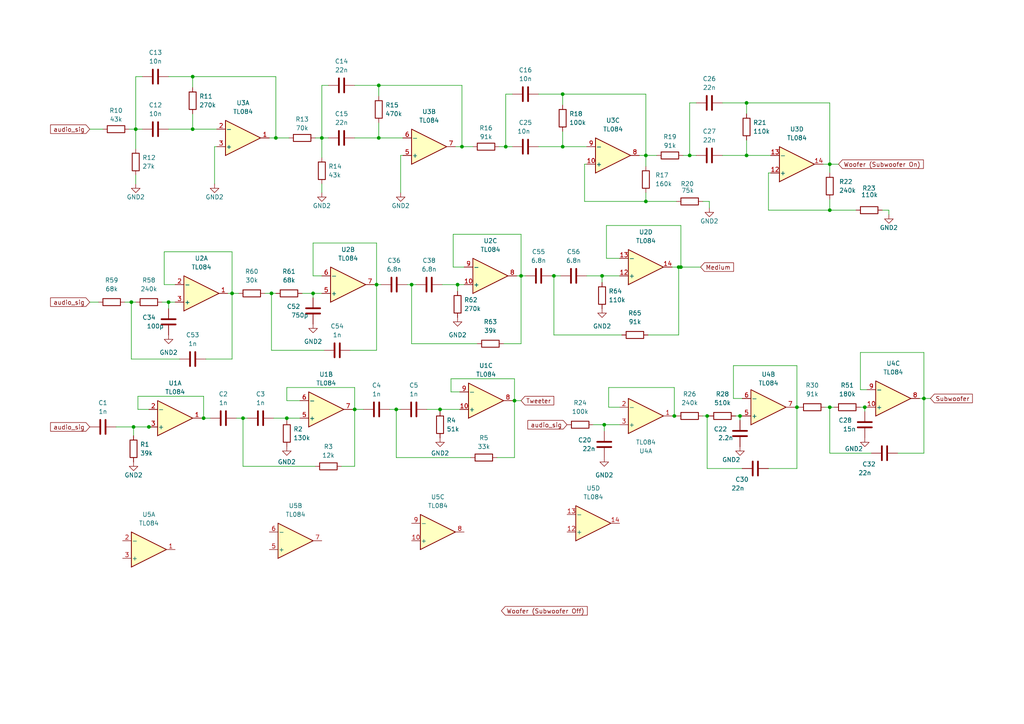
<source format=kicad_sch>
(kicad_sch (version 20230121) (generator eeschema)
  (paper "A4")
  (lib_symbols
    (symbol "Amplifier_Operational:TL084" (pin_names (offset 0.127))
      (property "Reference" "U" (at 0 5.08 0))
      (property "Value" "TL084" (at 0 -5.08 0))
      (symbol "TL084_1_1"
        (polyline (pts (xy -5.08 5.08) (xy 5.08 0) (xy -5.08 -5.08) (xy -5.08 5.08)) (stroke (width 0.254)) (fill (type background)))
        (pin output line (at 7.62 0 180) (length 2.54) (name "~") (number "1"))
        (pin input line (at -7.62 -2.54 0) (length 2.54) (name "-") (number "2"))
        (pin input line (at -7.62 2.54 0) (length 2.54) (name "+") (number "3"))
      )
      (symbol "TL084_2_1"
        (polyline (pts (xy -5.08 5.08) (xy 5.08 0) (xy -5.08 -5.08) (xy -5.08 5.08)) (stroke (width 0.254)) (fill (type background)))
        (pin input line (at -7.62 2.54 0) (length 2.54) (name "+") (number "5"))
        (pin input line (at -7.62 -2.54 0) (length 2.54) (name "-") (number "6"))
        (pin output line (at 7.62 0 180) (length 2.54) (name "~") (number "7"))
      )
      (symbol "TL084_3_1"
        (polyline (pts (xy -5.08 5.08) (xy 5.08 0) (xy -5.08 -5.08) (xy -5.08 5.08)) (stroke (width 0.254)) (fill (type background)))
        (pin input line (at -7.62 2.54 0) (length 2.54) (name "+") (number "10"))
        (pin output line (at 7.62 0 180) (length 2.54) (name "~") (number "8"))
        (pin input line (at -7.62 -2.54 0) (length 2.54) (name "-") (number "9"))
      )
      (symbol "TL084_4_1"
        (polyline (pts (xy -5.08 5.08) (xy 5.08 0) (xy -5.08 -5.08) (xy -5.08 5.08)) (stroke (width 0.254)) (fill (type background)))
        (pin input line (at -7.62 2.54 0) (length 2.54) (name "+") (number "12"))
        (pin input line (at -7.62 -2.54 0) (length 2.54) (name "-") (number "13"))
        (pin output line (at 7.62 0 180) (length 2.54) (name "~") (number "14"))
      )
      (symbol "TL084_5_1"
        (pin power_in line (at -2.54 -7.62 90) (length 3.81) (name "V-") (number "11"))
        (pin power_in line (at -2.54 7.62 270) (length 3.81) (name "V+") (number "4"))
      )
    )
    (symbol "Device:C" (pin_numbers hide) (pin_names (offset 0.254))
      (property "Reference" "C" (at 0.635 2.54 0))
      (property "Value" "C" (at 0.635 -2.54 0))
      (symbol "C_0_1"
        (polyline (pts (xy -2.032 -0.762) (xy 2.032 -0.762)) (stroke (width 0.508)))
        (polyline (pts (xy -2.032 0.762) (xy 2.032 0.762)) (stroke (width 0.508)))
      )
      (symbol "C_1_1"
        (pin passive line (at 0 3.81 270) (length 2.794) (name "~") (number "1"))
        (pin passive line (at 0 -3.81 90) (length 2.794) (name "~") (number "2"))
      )
    )
    (symbol "Device:R" (pin_numbers hide) (pin_names (offset 0))
      (property "Reference" "R" (at 2.032 0 90))
      (property "Value" "R" (at 0 0 90))
      (symbol "R_0_1"
        (rectangle (start -1.016 -2.54) (end 1.016 2.54) (stroke (width 0.254)))
      )
      (symbol "R_1_1"
        (pin passive line (at 0 3.81 270) (length 1.27) (name "~") (number "1"))
        (pin passive line (at 0 -3.81 90) (length 1.27) (name "~") (number "2"))
      )
    )
    (symbol "power:GND2" (power) (pin_names (offset 0))
      (property "Value" "GND2" (at 0 -3.81 0))
      (symbol "GND2_0_1"
        (polyline (pts (xy 0 0) (xy 0 -1.27) (xy 1.27 -1.27) (xy 0 -2.54) (xy -1.27 -1.27) (xy 0 -1.27)))
      )
      (symbol "GND2_1_1"
        (pin power_in line (at 0 0 270) (length 0) hide (name "GND2") (number "1"))
      )
    )
  )
  (junction (at 109.855 40.005))
  (junction (at 231.14 118.11))
  (junction (at 160.655 80.01))
  (junction (at 119.38 82.55))
  (junction (at 214.63 120.65))
  (junction (at 163.195 42.545))
  (junction (at 55.88 37.465))
  (junction (at 196.85 77.47))
  (junction (at 39.37 37.465))
  (junction (at 83.185 121.285))
  (junction (at 240.665 118.11))
  (junction (at 205.105 120.65))
  (junction (at 200.025 45.085))
  (junction (at 38.1 87.63))
  (junction (at 240.665 60.96))
  (junction (at 78.74 85.09))
  (junction (at 149.225 116.205))
  (junction (at 216.535 29.845))
  (junction (at 267.97 115.57))
  (junction (at 132.715 82.55))
  (junction (at 195.58 120.65))
  (junction (at 80.01 40.005))
  (junction (at 70.485 121.285))
  (junction (at 102.87 118.745))
  (junction (at 216.535 45.085))
  (junction (at 59.055 121.285))
  (junction (at 109.22 82.55))
  (junction (at 187.325 58.42))
  (junction (at 43.18 123.825))
  (junction (at 163.195 27.305))
  (junction (at 109.855 24.765))
  (junction (at 146.685 42.545))
  (junction (at 174.625 80.01))
  (junction (at 240.665 47.625))
  (junction (at 38.735 123.825))
  (junction (at 114.935 118.745))
  (junction (at 187.325 45.085))
  (junction (at 127.635 118.745))
  (junction (at 93.345 40.005))
  (junction (at 175.26 123.19))
  (junction (at 90.805 85.09))
  (junction (at 133.985 42.545))
  (junction (at 48.895 87.63))
  (junction (at 55.88 22.225))
  (junction (at 250.825 118.11))
  (junction (at 197.485 77.47))
  (junction (at 151.13 80.01))
  (junction (at 67.31 85.09))
  (wire (pts (xy 149.225 116.205) (xy 149.225 132.715)))
  (wire (pts (xy 83.185 121.285) (xy 86.995 121.285)))
  (wire (pts (xy 68.58 121.285) (xy 70.485 121.285)))
  (wire (pts (xy 78.74 101.6) (xy 93.98 101.6)))
  (wire (pts (xy 113.03 118.745) (xy 114.935 118.745)))
  (wire (pts (xy 163.195 27.305) (xy 187.325 27.305)))
  (wire (pts (xy 48.895 87.63) (xy 50.8 87.63)))
  (wire (pts (xy 203.835 58.42) (xy 205.74 58.42)))
  (wire (pts (xy 146.685 27.305) (xy 146.685 42.545)))
  (wire (pts (xy 90.805 70.485) (xy 90.805 80.01)))
  (wire (pts (xy 39.37 37.465) (xy 41.275 37.465)))
  (wire (pts (xy 47.625 73.025) (xy 67.31 73.025)))
  (wire (pts (xy 33.655 123.825) (xy 38.735 123.825)))
  (wire (pts (xy 240.665 118.11) (xy 240.665 131.445)))
  (wire (pts (xy 196.85 77.47) (xy 197.485 77.47)))
  (wire (pts (xy 163.195 27.305) (xy 163.195 30.48)))
  (wire (pts (xy 67.31 73.025) (xy 67.31 85.09)))
  (wire (pts (xy 58.42 121.285) (xy 59.055 121.285)))
  (wire (pts (xy 133.985 24.765) (xy 133.985 42.545)))
  (wire (pts (xy 187.325 58.42) (xy 196.215 58.42)))
  (wire (pts (xy 144.145 132.715) (xy 149.225 132.715)))
  (wire (pts (xy 197.485 77.47) (xy 203.2 77.47)))
  (wire (pts (xy 239.395 118.11) (xy 240.665 118.11)))
  (wire (pts (xy 55.88 22.225) (xy 80.01 22.225)))
  (wire (pts (xy 175.26 123.19) (xy 175.26 125.095)))
  (wire (pts (xy 119.38 82.55) (xy 119.38 99.695)))
  (wire (pts (xy 43.18 123.825) (xy 43.815 123.825)))
  (wire (pts (xy 175.895 74.93) (xy 179.705 74.93)))
  (wire (pts (xy 43.18 118.745) (xy 40.005 118.745)))
  (wire (pts (xy 90.805 85.09) (xy 93.345 85.09)))
  (wire (pts (xy 222.885 135.89) (xy 231.14 135.89)))
  (wire (pts (xy 231.14 135.89) (xy 231.14 118.11)))
  (wire (pts (xy 148.59 27.305) (xy 146.685 27.305)))
  (wire (pts (xy 213.36 120.65) (xy 214.63 120.65)))
  (wire (pts (xy 133.985 42.545) (xy 137.16 42.545)))
  (wire (pts (xy 250.825 118.11) (xy 250.825 119.38)))
  (wire (pts (xy 48.895 87.63) (xy 48.895 89.535)))
  (wire (pts (xy 195.58 112.395) (xy 195.58 120.65)))
  (wire (pts (xy 230.505 118.11) (xy 231.14 118.11)))
  (wire (pts (xy 240.665 50.165) (xy 240.665 47.625)))
  (wire (pts (xy 267.97 115.57) (xy 269.875 115.57)))
  (wire (pts (xy 78.74 85.09) (xy 78.74 101.6)))
  (wire (pts (xy 196.85 77.47) (xy 194.945 77.47)))
  (wire (pts (xy 38.735 123.825) (xy 43.18 123.825)))
  (wire (pts (xy 146.05 99.695) (xy 151.13 99.695)))
  (wire (pts (xy 83.185 112.395) (xy 102.87 112.395)))
  (wire (pts (xy 86.995 116.205) (xy 83.185 116.205)))
  (wire (pts (xy 46.99 87.63) (xy 48.895 87.63)))
  (wire (pts (xy 55.88 33.02) (xy 55.88 37.465)))
  (wire (pts (xy 109.855 35.56) (xy 109.855 40.005)))
  (wire (pts (xy 79.375 121.285) (xy 83.185 121.285)))
  (wire (pts (xy 174.625 80.01) (xy 179.705 80.01)))
  (wire (pts (xy 196.85 97.155) (xy 196.85 77.47)))
  (wire (pts (xy 119.38 99.695) (xy 138.43 99.695)))
  (wire (pts (xy 48.895 37.465) (xy 55.88 37.465)))
  (wire (pts (xy 151.13 99.695) (xy 151.13 80.01)))
  (wire (pts (xy 90.805 85.09) (xy 90.805 86.36)))
  (wire (pts (xy 59.69 104.14) (xy 67.31 104.14)))
  (wire (pts (xy 128.27 82.55) (xy 132.715 82.55)))
  (wire (pts (xy 41.275 22.225) (xy 39.37 22.225)))
  (wire (pts (xy 91.44 40.005) (xy 93.345 40.005)))
  (wire (pts (xy 50.8 82.55) (xy 47.625 82.55)))
  (wire (pts (xy 197.485 77.47) (xy 197.485 65.405)))
  (wire (pts (xy 119.38 82.55) (xy 120.65 82.55)))
  (wire (pts (xy 101.6 101.6) (xy 109.22 101.6)))
  (wire (pts (xy 67.31 85.09) (xy 69.215 85.09)))
  (wire (pts (xy 109.855 40.005) (xy 116.84 40.005)))
  (wire (pts (xy 187.325 27.305) (xy 187.325 45.085)))
  (wire (pts (xy 249.555 113.03) (xy 249.555 102.235)))
  (wire (pts (xy 222.885 50.165) (xy 222.885 60.96)))
  (wire (pts (xy 133.985 42.545) (xy 132.08 42.545)))
  (wire (pts (xy 205.105 135.89) (xy 215.265 135.89)))
  (wire (pts (xy 40.005 114.935) (xy 59.055 114.935)))
  (wire (pts (xy 108.585 82.55) (xy 109.22 82.55)))
  (wire (pts (xy 160.655 97.155) (xy 180.34 97.155)))
  (wire (pts (xy 250.825 118.11) (xy 251.46 118.11)))
  (wire (pts (xy 205.105 120.65) (xy 205.74 120.65)))
  (wire (pts (xy 132.715 82.55) (xy 132.715 84.455)))
  (wire (pts (xy 87.63 85.09) (xy 90.805 85.09)))
  (wire (pts (xy 93.345 55.88) (xy 93.345 53.34)))
  (wire (pts (xy 151.13 80.01) (xy 151.13 67.945)))
  (wire (pts (xy 160.655 80.01) (xy 160.655 97.155)))
  (wire (pts (xy 102.87 118.745) (xy 102.87 135.255)))
  (wire (pts (xy 149.225 116.205) (xy 151.13 116.205)))
  (wire (pts (xy 80.01 22.225) (xy 80.01 40.005)))
  (wire (pts (xy 102.87 118.745) (xy 102.235 118.745)))
  (wire (pts (xy 249.555 102.235) (xy 267.97 102.235)))
  (wire (pts (xy 257.81 60.96) (xy 257.81 62.23)))
  (wire (pts (xy 109.22 70.485) (xy 90.805 70.485)))
  (wire (pts (xy 55.88 22.225) (xy 55.88 25.4)))
  (wire (pts (xy 200.025 45.085) (xy 201.93 45.085)))
  (wire (pts (xy 55.88 37.465) (xy 62.865 37.465)))
  (wire (pts (xy 205.105 120.65) (xy 205.105 135.89)))
  (wire (pts (xy 175.895 65.405) (xy 175.895 74.93)))
  (wire (pts (xy 151.13 80.01) (xy 152.4 80.01)))
  (wire (pts (xy 197.485 65.405) (xy 175.895 65.405)))
  (wire (pts (xy 109.22 101.6) (xy 109.22 82.55)))
  (wire (pts (xy 26.035 87.63) (xy 28.575 87.63)))
  (wire (pts (xy 212.725 115.57) (xy 212.725 106.045)))
  (wire (pts (xy 62.865 42.545) (xy 62.23 42.545)))
  (wire (pts (xy 231.14 106.045) (xy 231.14 118.11)))
  (wire (pts (xy 109.855 24.765) (xy 133.985 24.765)))
  (wire (pts (xy 169.545 58.42) (xy 187.325 58.42)))
  (wire (pts (xy 156.21 42.545) (xy 163.195 42.545)))
  (wire (pts (xy 216.535 45.085) (xy 223.52 45.085)))
  (wire (pts (xy 38.735 123.825) (xy 38.735 126.365)))
  (wire (pts (xy 80.01 40.005) (xy 78.105 40.005)))
  (wire (pts (xy 38.1 87.63) (xy 39.37 87.63)))
  (wire (pts (xy 149.225 109.855) (xy 149.225 116.205)))
  (wire (pts (xy 267.97 102.235) (xy 267.97 115.57)))
  (wire (pts (xy 95.25 24.765) (xy 93.345 24.765)))
  (wire (pts (xy 214.63 120.65) (xy 214.63 121.92)))
  (wire (pts (xy 123.825 118.745) (xy 127.635 118.745)))
  (wire (pts (xy 240.665 47.625) (xy 238.76 47.625)))
  (wire (pts (xy 187.325 58.42) (xy 187.325 55.88)))
  (wire (pts (xy 174.625 80.01) (xy 174.625 81.915)))
  (wire (pts (xy 130.81 113.665) (xy 130.81 109.855)))
  (wire (pts (xy 40.005 118.745) (xy 40.005 114.935)))
  (wire (pts (xy 223.52 50.165) (xy 222.885 50.165)))
  (wire (pts (xy 176.53 112.395) (xy 195.58 112.395)))
  (wire (pts (xy 169.545 47.625) (xy 169.545 58.42)))
  (wire (pts (xy 93.345 24.765) (xy 93.345 40.005)))
  (wire (pts (xy 255.905 60.96) (xy 257.81 60.96)))
  (wire (pts (xy 59.055 121.285) (xy 60.96 121.285)))
  (wire (pts (xy 102.87 24.765) (xy 109.855 24.765)))
  (wire (pts (xy 251.46 113.03) (xy 249.555 113.03)))
  (wire (pts (xy 240.665 57.785) (xy 240.665 60.96)))
  (wire (pts (xy 187.325 45.085) (xy 190.5 45.085)))
  (wire (pts (xy 102.87 40.005) (xy 109.855 40.005)))
  (wire (pts (xy 175.26 123.19) (xy 179.705 123.19)))
  (wire (pts (xy 179.705 118.11) (xy 176.53 118.11)))
  (wire (pts (xy 83.185 116.205) (xy 83.185 112.395)))
  (wire (pts (xy 67.31 104.14) (xy 67.31 85.09)))
  (wire (pts (xy 114.935 118.745) (xy 114.935 132.715)))
  (wire (pts (xy 91.44 135.255) (xy 70.485 135.255)))
  (wire (pts (xy 39.37 53.34) (xy 39.37 50.8)))
  (wire (pts (xy 70.485 121.285) (xy 71.755 121.285)))
  (wire (pts (xy 240.665 29.845) (xy 240.665 47.625)))
  (wire (pts (xy 38.1 104.14) (xy 52.07 104.14)))
  (wire (pts (xy 59.055 114.935) (xy 59.055 121.285)))
  (wire (pts (xy 90.805 80.01) (xy 93.345 80.01)))
  (wire (pts (xy 116.205 45.085) (xy 116.205 55.88)))
  (wire (pts (xy 80.01 40.005) (xy 83.82 40.005)))
  (wire (pts (xy 83.185 121.285) (xy 83.185 121.92)))
  (wire (pts (xy 260.35 131.445) (xy 267.97 131.445)))
  (wire (pts (xy 109.22 82.55) (xy 109.22 70.485)))
  (wire (pts (xy 267.97 115.57) (xy 266.7 115.57)))
  (wire (pts (xy 76.835 85.09) (xy 78.74 85.09)))
  (wire (pts (xy 131.445 77.47) (xy 134.62 77.47)))
  (wire (pts (xy 149.86 80.01) (xy 151.13 80.01)))
  (wire (pts (xy 201.93 29.845) (xy 200.025 29.845)))
  (wire (pts (xy 163.195 38.1) (xy 163.195 42.545)))
  (wire (pts (xy 144.78 42.545) (xy 146.685 42.545)))
  (wire (pts (xy 102.87 112.395) (xy 102.87 118.745)))
  (wire (pts (xy 93.345 40.005) (xy 95.25 40.005)))
  (wire (pts (xy 93.345 45.72) (xy 93.345 40.005)))
  (wire (pts (xy 132.715 82.55) (xy 134.62 82.55)))
  (wire (pts (xy 163.195 42.545) (xy 170.18 42.545)))
  (wire (pts (xy 127.635 118.745) (xy 127.635 119.38)))
  (wire (pts (xy 203.835 120.65) (xy 205.105 120.65)))
  (wire (pts (xy 66.04 85.09) (xy 67.31 85.09)))
  (wire (pts (xy 160.02 80.01) (xy 160.655 80.01)))
  (wire (pts (xy 160.655 80.01) (xy 162.56 80.01)))
  (wire (pts (xy 36.195 87.63) (xy 38.1 87.63)))
  (wire (pts (xy 248.285 60.96) (xy 240.665 60.96)))
  (wire (pts (xy 37.465 37.465) (xy 39.37 37.465)))
  (wire (pts (xy 151.13 67.945) (xy 131.445 67.945)))
  (wire (pts (xy 240.665 131.445) (xy 252.73 131.445)))
  (wire (pts (xy 39.37 22.225) (xy 39.37 37.465)))
  (wire (pts (xy 187.325 45.085) (xy 185.42 45.085)))
  (wire (pts (xy 38.1 87.63) (xy 38.1 104.14)))
  (wire (pts (xy 109.22 82.55) (xy 110.49 82.55)))
  (wire (pts (xy 116.84 45.085) (xy 116.205 45.085)))
  (wire (pts (xy 240.665 118.11) (xy 241.935 118.11)))
  (wire (pts (xy 176.53 118.11) (xy 176.53 112.395)))
  (wire (pts (xy 194.945 120.65) (xy 195.58 120.65)))
  (wire (pts (xy 216.535 29.845) (xy 216.535 33.02)))
  (wire (pts (xy 187.325 48.26) (xy 187.325 45.085)))
  (wire (pts (xy 209.55 45.085) (xy 216.535 45.085)))
  (wire (pts (xy 170.18 47.625) (xy 169.545 47.625)))
  (wire (pts (xy 209.55 29.845) (xy 216.535 29.845)))
  (wire (pts (xy 212.725 106.045) (xy 231.14 106.045)))
  (wire (pts (xy 249.555 118.11) (xy 250.825 118.11)))
  (wire (pts (xy 109.855 24.765) (xy 109.855 27.94)))
  (wire (pts (xy 47.625 82.55) (xy 47.625 73.025)))
  (wire (pts (xy 240.665 47.625) (xy 243.205 47.625)))
  (wire (pts (xy 215.265 115.57) (xy 212.725 115.57)))
  (wire (pts (xy 118.11 82.55) (xy 119.38 82.55)))
  (wire (pts (xy 146.685 42.545) (xy 148.59 42.545)))
  (wire (pts (xy 127.635 118.745) (xy 133.35 118.745)))
  (wire (pts (xy 170.18 80.01) (xy 174.625 80.01)))
  (wire (pts (xy 198.12 45.085) (xy 200.025 45.085)))
  (wire (pts (xy 114.935 118.745) (xy 116.205 118.745)))
  (wire (pts (xy 205.74 58.42) (xy 205.74 60.325)))
  (wire (pts (xy 200.025 29.845) (xy 200.025 45.085)))
  (wire (pts (xy 26.035 37.465) (xy 29.845 37.465)))
  (wire (pts (xy 130.81 109.855) (xy 149.225 109.855)))
  (wire (pts (xy 267.97 131.445) (xy 267.97 115.57)))
  (wire (pts (xy 133.35 113.665) (xy 130.81 113.665)))
  (wire (pts (xy 187.96 97.155) (xy 196.85 97.155)))
  (wire (pts (xy 216.535 29.845) (xy 240.665 29.845)))
  (wire (pts (xy 172.085 123.19) (xy 175.26 123.19)))
  (wire (pts (xy 70.485 121.285) (xy 70.485 135.255)))
  (wire (pts (xy 62.23 42.545) (xy 62.23 53.34)))
  (wire (pts (xy 131.445 67.945) (xy 131.445 77.47)))
  (wire (pts (xy 222.885 60.96) (xy 240.665 60.96)))
  (wire (pts (xy 78.74 85.09) (xy 80.01 85.09)))
  (wire (pts (xy 231.14 118.11) (xy 231.775 118.11)))
  (wire (pts (xy 102.87 135.255) (xy 99.06 135.255)))
  (wire (pts (xy 216.535 40.64) (xy 216.535 45.085)))
  (wire (pts (xy 149.225 116.205) (xy 148.59 116.205)))
  (wire (pts (xy 136.525 132.715) (xy 114.935 132.715)))
  (wire (pts (xy 39.37 43.18) (xy 39.37 37.465)))
  (wire (pts (xy 48.895 22.225) (xy 55.88 22.225)))
  (wire (pts (xy 195.58 120.65) (xy 196.215 120.65)))
  (wire (pts (xy 102.87 118.745) (xy 105.41 118.745)))
  (wire (pts (xy 214.63 120.65) (xy 215.265 120.65)))
  (wire (pts (xy 156.21 27.305) (xy 163.195 27.305)))
  (global_label "audio_sig" (shape input) (at 26.035 87.63 180) (property "Intersheetrefs" "${INTERSHEET_REFS}" (effects hide)))
  (global_label "Tweeter" (shape input) (at 151.13 116.205 0) (property "Intersheetrefs" "${INTERSHEET_REFS}" (effects hide)))
  (global_label "audio_sig" (shape input) (at 26.035 123.825 180) (property "Intersheetrefs" "${INTERSHEET_REFS}" (effects hide)))
  (global_label "Woofer (Subwoofer Off)" (shape input) (at 145.415 177.165 0) (property "Intersheetrefs" "${INTERSHEET_REFS}" (effects hide)))
  (global_label "Woofer (Subwoofer On)" (shape input) (at 243.205 47.625 0) (property "Intersheetrefs" "${INTERSHEET_REFS}" (effects hide)))
  (global_label "Subwoofer" (shape input) (at 269.875 115.57 0) (property "Intersheetrefs" "${INTERSHEET_REFS}" (effects hide)))
  (global_label "audio_sig" (shape input) (at 164.465 123.19 180) (property "Intersheetrefs" "${INTERSHEET_REFS}" (effects hide)))
  (global_label "Medium" (shape input) (at 203.2 77.47 0) (property "Intersheetrefs" "${INTERSHEET_REFS}" (effects hide)))
  (global_label "audio_sig" (shape input) (at 26.035 37.465 180) (property "Intersheetrefs" "${INTERSHEET_REFS}" (effects hide)))
  (symbol (lib_id "Device:R") (at 245.745 118.11 90) (unit 1)
    (property "Reference" "R51" (at 245.745 111.76 90))
    (property "Value" "180k" (at 245.745 114.3 90))
  )
  (symbol (lib_id "Amplifier_Operational:TL084") (at 177.8 45.085 0) (mirror x) (unit 3)
    (property "Reference" "U3" (at 177.8 34.925 0))
    (property "Value" "TL084" (at 177.8 37.465 0))
    (property "Footprint" "Package_SO:SO-14_3.9x8.65mm_P1.27mm" (effects hide))
    (property "Datasheet" "http://www.ti.com/lit/ds/symlink/tl081.pdf" (effects hide))
  )
  (symbol (lib_id "Amplifier_Operational:TL084") (at 259.08 115.57 0) (mirror x) (unit 3)
    (property "Reference" "U4" (at 259.08 105.41 0))
    (property "Value" "TL084" (at 259.08 107.95 0))
    (property "Footprint" "Package_SO:SO-14_3.9x8.65mm_P1.27mm" (effects hide))
    (property "Datasheet" "http://www.ti.com/lit/ds/symlink/tl081.pdf" (effects hide))
  )
  (symbol (lib_id "Device:C") (at 120.015 118.745 90) (unit 1)
    (property "Reference" "C5" (at 120.015 111.76 90))
    (property "Value" "1n" (at 120.015 114.3 90))
    (property "Footprint" "Capacitor_SMD:C_0805_2012Metric_Pad1.18x1.45mm_HandSolder" (effects hide))
  )
  (symbol (lib_id "Device:C") (at 64.77 121.285 90) (unit 1)
    (property "Reference" "C2" (at 64.77 114.3 90))
    (property "Value" "1n" (at 64.77 116.84 90))
    (property "Footprint" "Capacitor_SMD:C_0805_2012Metric_Pad1.18x1.45mm_HandSolder" (effects hide))
  )
  (symbol (lib_id "Amplifier_Operational:TL084") (at 100.965 82.55 0) (mirror x) (unit 2)
    (property "Reference" "U2" (at 100.965 72.39 0))
    (property "Value" "TL084" (at 100.965 74.93 0))
    (property "Footprint" "Package_SO:SO-14_3.9x8.65mm_P1.27mm" (effects hide))
    (property "Datasheet" "http://www.ti.com/lit/ds/symlink/tl081.pdf" (effects hide))
  )
  (symbol (lib_id "power:GND2") (at 257.81 62.23 0) (unit 1)
    (property "Reference" "#PWR017" (effects hide))
    (property "Value" "GND2" (at 257.81 66.04 0))
  )
  (symbol (lib_id "Device:R") (at 240.665 53.975 180) (unit 1)
    (property "Reference" "R22" (at 243.3797 52.705 0) (effects (justify right)))
    (property "Value" "240k" (at 243.3797 55.245 0) (effects (justify right)))
    (property "Footprint" "Resistor_SMD:R_0805_2012Metric_Pad1.20x1.40mm_HandSolder" (effects hide))
  )
  (symbol (lib_id "Device:R") (at 32.385 87.63 90) (unit 1)
    (property "Reference" "R59" (at 32.385 81.28 90))
    (property "Value" "68k" (at 32.385 83.82 90))
  )
  (symbol (lib_id "Amplifier_Operational:TL084") (at 231.14 47.625 0) (mirror x) (unit 4)
    (property "Reference" "U3" (at 231.14 37.465 0))
    (property "Value" "TL084" (at 231.14 40.005 0))
    (property "Footprint" "Package_SO:SO-14_3.9x8.65mm_P1.27mm" (effects hide))
    (property "Datasheet" "http://www.ti.com/lit/ds/symlink/tl081.pdf" (effects hide))
  )
  (symbol (lib_id "Device:R") (at 184.15 97.155 90) (unit 1)
    (property "Reference" "R65" (at 184.15 90.805 90))
    (property "Value" "91k" (at 184.15 93.345 90))
  )
  (symbol (lib_id "Device:R") (at 87.63 40.005 90) (unit 1)
    (property "Reference" "R13" (at 87.63 34.5986 90))
    (property "Value" "70k" (at 87.63 37.1386 90))
    (property "Footprint" "Resistor_SMD:R_0805_2012Metric_Pad1.20x1.40mm_HandSolder" (effects hide))
  )
  (symbol (lib_id "Device:R") (at 140.335 132.715 90) (unit 1)
    (property "Reference" "R5" (at 140.335 127 90))
    (property "Value" "33k" (at 140.335 129.54 90))
    (property "Footprint" "Resistor_SMD:R_0805_2012Metric_Pad1.20x1.40mm_HandSolder" (effects hide))
  )
  (symbol (lib_id "power:GND2") (at 132.715 92.075 0) (unit 1)
    (property "Reference" "#PWR042" (effects hide))
    (property "Value" "GND2" (at 132.715 97.155 0))
  )
  (symbol (lib_id "Device:C") (at 175.26 128.905 0) (unit 1)
    (property "Reference" "C20" (at 167.64 127.635 0) (effects (justify left)))
    (property "Value" "22n" (at 168.91 130.175 0) (effects (justify left)))
  )
  (symbol (lib_id "Device:R") (at 33.655 37.465 90) (unit 1)
    (property "Reference" "R10" (at 33.655 32.0586 90))
    (property "Value" "43k" (at 33.655 34.5986 90))
    (property "Footprint" "Resistor_SMD:R_0805_2012Metric_Pad1.20x1.40mm_HandSolder" (effects hide))
  )
  (symbol (lib_id "power:GND2") (at 48.895 97.155 0) (unit 1)
    (property "Reference" "#PWR040" (effects hide))
    (property "Value" "GND2" (at 48.895 102.235 0))
  )
  (symbol (lib_id "Device:R") (at 109.855 31.75 180) (unit 1)
    (property "Reference" "R15" (at 111.76 30.48 0) (effects (justify right)))
    (property "Value" "470k" (at 111.76 33.02 0) (effects (justify right)))
    (property "Footprint" "Resistor_SMD:R_0805_2012Metric_Pad1.20x1.40mm_HandSolder" (effects hide))
  )
  (symbol (lib_id "Device:R") (at 163.195 34.29 180) (unit 1)
    (property "Reference" "R18" (at 165.1 33.02 0) (effects (justify right)))
    (property "Value" "100k" (at 165.1 35.56 0) (effects (justify right)))
    (property "Footprint" "Resistor_SMD:R_0805_2012Metric_Pad1.20x1.40mm_HandSolder" (effects hide))
  )
  (symbol (lib_id "Device:R") (at 187.325 52.07 180) (unit 1)
    (property "Reference" "R17" (at 190.0397 50.8 0) (effects (justify right)))
    (property "Value" "160k" (at 190.0397 53.34 0) (effects (justify right)))
    (property "Footprint" "Resistor_SMD:R_0805_2012Metric_Pad1.20x1.40mm_HandSolder" (effects hide))
  )
  (symbol (lib_id "power:GND2") (at 62.23 53.34 0) (unit 1)
    (property "Reference" "#PWR013" (effects hide))
    (property "Value" "GND2" (at 62.23 57.15 0))
  )
  (symbol (lib_id "Device:C") (at 256.54 131.445 90) (unit 1)
    (property "Reference" "C32" (at 254 134.62 90) (effects (justify left)))
    (property "Value" "22n" (at 252.73 137.16 90) (effects (justify left)))
  )
  (symbol (lib_id "Device:C") (at 205.74 45.085 90) (unit 1)
    (property "Reference" "C27" (at 205.74 38.1 90))
    (property "Value" "22n" (at 205.74 40.64 90))
    (property "Footprint" "Capacitor_SMD:C_0805_2012Metric_Pad1.18x1.45mm_HandSolder" (effects hide))
  )
  (symbol (lib_id "Device:C") (at 114.3 82.55 90) (unit 1)
    (property "Reference" "C36" (at 114.3 75.565 90))
    (property "Value" "6.8n" (at 114.3 78.105 90))
    (property "Footprint" "Capacitor_SMD:C_0805_2012Metric_Pad1.18x1.45mm_HandSolder" (effects hide))
  )
  (symbol (lib_id "Amplifier_Operational:TL084") (at 94.615 118.745 0) (mirror x) (unit 2)
    (property "Reference" "U1" (at 94.615 108.585 0))
    (property "Value" "TL084" (at 94.615 111.125 0))
    (property "Footprint" "Package_SO:SO-14_3.9x8.65mm_P1.27mm" (effects hide))
    (property "Datasheet" "http://www.ti.com/lit/ds/symlink/tl081.pdf" (effects hide))
  )
  (symbol (lib_id "Device:C") (at 214.63 125.73 0) (unit 1)
    (property "Reference" "C22" (at 207.01 124.46 0) (effects (justify left)))
    (property "Value" "2.2n" (at 208.28 127 0) (effects (justify left)))
  )
  (symbol (lib_id "Device:R") (at 209.55 120.65 90) (unit 1)
    (property "Reference" "R28" (at 209.55 114.3 90))
    (property "Value" "510k" (at 209.55 116.84 90))
  )
  (symbol (lib_id "Device:R") (at 38.735 130.175 0) (unit 1)
    (property "Reference" "R1" (at 40.64 128.905 0) (effects (justify left)))
    (property "Value" "39k" (at 40.64 131.445 0) (effects (justify left)))
    (property "Footprint" "Resistor_SMD:R_0805_2012Metric_Pad1.20x1.40mm_HandSolder" (effects hide))
  )
  (symbol (lib_id "Device:C") (at 29.845 123.825 90) (unit 1)
    (property "Reference" "C1" (at 29.845 116.84 90))
    (property "Value" "1n" (at 29.845 119.38 90))
    (property "Footprint" "Capacitor_SMD:C_0805_2012Metric_Pad1.18x1.45mm_HandSolder" (effects hide))
  )
  (symbol (lib_id "power:GND2") (at 175.26 132.715 0) (unit 1)
    (property "Reference" "#PWR018" (effects hide))
    (property "Value" "GND2" (at 175.26 137.795 0))
  )
  (symbol (lib_id "Device:C") (at 75.565 121.285 90) (unit 1)
    (property "Reference" "C3" (at 75.565 114.3 90))
    (property "Value" "1n" (at 75.565 116.84 90))
    (property "Footprint" "Capacitor_SMD:C_0805_2012Metric_Pad1.18x1.45mm_HandSolder" (effects hide))
  )
  (symbol (lib_id "power:GND2") (at 90.805 93.98 0) (unit 1)
    (property "Reference" "#PWR041" (effects hide))
    (property "Value" "GND2" (at 90.805 99.06 0))
  )
  (symbol (lib_id "Amplifier_Operational:TL084") (at 127 154.305 0) (mirror x) (unit 3)
    (property "Reference" "U5" (at 127 144.145 0))
    (property "Value" "TL084" (at 127 146.685 0))
    (property "Footprint" "Package_SO:SO-14_3.9x8.65mm_P1.27mm" (effects hide))
    (property "Datasheet" "http://www.ti.com/lit/ds/symlink/tl081.pdf" (effects hide))
  )
  (symbol (lib_id "Device:C") (at 45.085 22.225 90) (unit 1)
    (property "Reference" "C13" (at 45.085 15.24 90))
    (property "Value" "10n" (at 45.085 17.78 90))
    (property "Footprint" "Capacitor_SMD:C_0805_2012Metric_Pad1.18x1.45mm_HandSolder" (effects hide))
  )
  (symbol (lib_id "Device:R") (at 140.97 42.545 90) (unit 1)
    (property "Reference" "R16" (at 140.97 37.1386 90))
    (property "Value" "91k" (at 140.97 39.6786 90))
    (property "Footprint" "Resistor_SMD:R_0805_2012Metric_Pad1.20x1.40mm_HandSolder" (effects hide))
  )
  (symbol (lib_id "Device:C") (at 48.895 93.345 0) (unit 1)
    (property "Reference" "C34" (at 41.275 92.075 0) (effects (justify left)))
    (property "Value" "100p" (at 42.545 94.615 0) (effects (justify left)))
  )
  (symbol (lib_id "power:GND2") (at 93.345 55.88 0) (unit 1)
    (property "Reference" "#PWR014" (effects hide))
    (property "Value" "GND2" (at 93.345 59.69 0))
  )
  (symbol (lib_id "power:GND2") (at 127.635 127 0) (unit 1)
    (property "Reference" "#PWR03" (effects hide))
    (property "Value" "GND2" (at 127.635 131.445 0))
  )
  (symbol (lib_id "Device:C") (at 90.805 90.17 0) (unit 1)
    (property "Reference" "C52" (at 83.185 88.9 0) (effects (justify left)))
    (property "Value" "750p" (at 84.455 91.44 0) (effects (justify left)))
  )
  (symbol (lib_id "Amplifier_Operational:TL084") (at 58.42 85.09 0) (mirror x) (unit 1)
    (property "Reference" "U2" (at 58.42 74.93 0))
    (property "Value" "TL084" (at 58.42 77.47 0))
    (property "Footprint" "Package_SO:SO-14_3.9x8.65mm_P1.27mm" (effects hide))
    (property "Datasheet" "http://www.ti.com/lit/ds/symlink/tl081.pdf" (effects hide))
  )
  (symbol (lib_id "Device:C") (at 166.37 80.01 90) (unit 1)
    (property "Reference" "C56" (at 166.37 73.025 90))
    (property "Value" "6.8n" (at 166.37 75.565 90))
    (property "Footprint" "Capacitor_SMD:C_0805_2012Metric_Pad1.18x1.45mm_HandSolder" (effects hide))
  )
  (symbol (lib_id "Device:C") (at 55.88 104.14 90) (unit 1)
    (property "Reference" "C53" (at 55.88 97.155 90))
    (property "Value" "1n" (at 55.88 99.695 90))
    (property "Footprint" "Capacitor_SMD:C_0805_2012Metric_Pad1.18x1.45mm_HandSolder" (effects hide))
  )
  (symbol (lib_id "Device:C") (at 45.085 37.465 90) (unit 1)
    (property "Reference" "C12" (at 45.085 30.48 90))
    (property "Value" "10n" (at 45.085 33.02 90))
    (property "Footprint" "Capacitor_SMD:C_0805_2012Metric_Pad1.18x1.45mm_HandSolder" (effects hide))
  )
  (symbol (lib_id "Device:C") (at 109.22 118.745 90) (unit 1)
    (property "Reference" "C4" (at 109.22 111.76 90))
    (property "Value" "1n" (at 109.22 114.3 90))
    (property "Footprint" "Capacitor_SMD:C_0805_2012Metric_Pad1.18x1.45mm_HandSolder" (effects hide))
  )
  (symbol (lib_id "Device:C") (at 205.74 29.845 90) (unit 1)
    (property "Reference" "C26" (at 205.74 22.86 90))
    (property "Value" "22n" (at 205.74 25.4 90))
    (property "Footprint" "Capacitor_SMD:C_0805_2012Metric_Pad1.18x1.45mm_HandSolder" (effects hide))
  )
  (symbol (lib_id "Amplifier_Operational:TL084") (at 140.97 116.205 0) (mirror x) (unit 3)
    (property "Reference" "U1" (at 140.97 106.045 0))
    (property "Value" "TL084" (at 140.97 108.585 0))
    (property "Footprint" "Package_SO:SO-14_3.9x8.65mm_P1.27mm" (effects hide))
    (property "Datasheet" "http://www.ti.com/lit/ds/symlink/tl081.pdf" (effects hide))
  )
  (symbol (lib_id "Device:R") (at 73.025 85.09 90) (unit 1)
    (property "Reference" "R60" (at 73.025 78.74 90))
    (property "Value" "30k" (at 73.025 81.28 90))
  )
  (symbol (lib_id "Device:R") (at 93.345 49.53 180) (unit 1)
    (property "Reference" "R14" (at 95.25 48.26 0) (effects (justify right)))
    (property "Value" "43k" (at 95.25 50.8 0) (effects (justify right)))
    (property "Footprint" "Resistor_SMD:R_0805_2012Metric_Pad1.20x1.40mm_HandSolder" (effects hide))
  )
  (symbol (lib_id "Amplifier_Operational:TL084") (at 50.8 121.285 0) (mirror x) (unit 1)
    (property "Reference" "U1" (at 50.8 111.125 0))
    (property "Value" "TL084" (at 50.8 113.665 0))
    (property "Footprint" "Package_SO:SO-14_3.9x8.65mm_P1.27mm" (effects hide))
    (property "Datasheet" "http://www.ti.com/lit/ds/symlink/tl081.pdf" (effects hide))
  )
  (symbol (lib_id "Device:R") (at 200.025 120.65 90) (unit 1)
    (property "Reference" "R26" (at 200.025 114.3 90))
    (property "Value" "240k" (at 200.025 116.84 90))
  )
  (symbol (lib_id "Device:R") (at 174.625 85.725 180) (unit 1)
    (property "Reference" "R64" (at 176.53 84.455 0) (effects (justify right)))
    (property "Value" "110k" (at 176.53 86.995 0) (effects (justify right)))
  )
  (symbol (lib_id "Device:R") (at 132.715 88.265 180) (unit 1)
    (property "Reference" "R62" (at 134.62 86.995 0) (effects (justify right)))
    (property "Value" "270k" (at 134.62 89.535 0) (effects (justify right)))
  )
  (symbol (lib_id "Device:C") (at 152.4 42.545 90) (unit 1)
    (property "Reference" "C25" (at 152.4 35.56 90))
    (property "Value" "10n " (at 152.4 38.1 90))
    (property "Footprint" "Capacitor_SMD:C_0805_2012Metric_Pad1.18x1.45mm_HandSolder" (effects hide))
  )
  (symbol (lib_id "Device:R") (at 168.275 123.19 90) (unit 1)
    (property "Reference" "R24" (at 168.275 116.84 90))
    (property "Value" "100k" (at 168.275 119.38 90))
  )
  (symbol (lib_id "Device:R") (at 235.585 118.11 90) (unit 1)
    (property "Reference" "R30" (at 235.585 111.76 90))
    (property "Value" "91k" (at 235.585 114.3 90))
  )
  (symbol (lib_id "Amplifier_Operational:TL084") (at 43.18 159.385 0) (mirror x) (unit 1)
    (property "Reference" "U5" (at 43.18 149.225 0))
    (property "Value" "TL084" (at 43.18 151.765 0))
    (property "Footprint" "Package_SO:SO-14_3.9x8.65mm_P1.27mm" (effects hide))
    (property "Datasheet" "http://www.ti.com/lit/ds/symlink/tl081.pdf" (effects hide))
  )
  (symbol (lib_id "Amplifier_Operational:TL084") (at 222.885 118.11 0) (mirror x) (unit 2)
    (property "Reference" "U4" (at 222.885 108.585 0))
    (property "Value" "TL084" (at 222.885 111.125 0))
    (property "Footprint" "Package_SO:SO-14_3.9x8.65mm_P1.27mm" (effects hide))
    (property "Datasheet" "http://www.ti.com/lit/ds/symlink/tl081.pdf" (effects hide))
  )
  (symbol (lib_id "power:GND2") (at 250.825 127 0) (unit 1)
    (property "Reference" "#PWR022" (effects hide))
    (property "Value" "GND2" (at 247.65 130.175 0))
  )
  (symbol (lib_id "Device:R") (at 142.24 99.695 90) (unit 1)
    (property "Reference" "R63" (at 142.24 93.345 90))
    (property "Value" "39k" (at 142.24 95.885 90))
  )
  (symbol (lib_id "Amplifier_Operational:TL084") (at 70.485 40.005 0) (mirror x) (unit 1)
    (property "Reference" "U3" (at 70.485 29.845 0))
    (property "Value" "TL084" (at 70.485 32.385 0))
    (property "Footprint" "Package_SO:SO-14_3.9x8.65mm_P1.27mm" (effects hide))
    (property "Datasheet" "http://www.ti.com/lit/ds/symlink/tl081.pdf" (effects hide))
  )
  (symbol (lib_id "Device:R") (at 83.82 85.09 90) (unit 1)
    (property "Reference" "R61" (at 83.82 78.74 90))
    (property "Value" "68k" (at 83.82 81.28 90))
  )
  (symbol (lib_id "Device:C") (at 124.46 82.55 90) (unit 1)
    (property "Reference" "C38" (at 124.46 75.565 90))
    (property "Value" "6.8n" (at 124.46 78.105 90))
    (property "Footprint" "Capacitor_SMD:C_0805_2012Metric_Pad1.18x1.45mm_HandSolder" (effects hide))
  )
  (symbol (lib_id "Device:R") (at 55.88 29.21 180) (unit 1)
    (property "Reference" "R11" (at 57.785 27.94 0) (effects (justify right)))
    (property "Value" "270k" (at 57.785 30.48 0) (effects (justify right)))
    (property "Footprint" "Resistor_SMD:R_0805_2012Metric_Pad1.20x1.40mm_HandSolder" (effects hide))
  )
  (symbol (lib_id "power:GND2") (at 205.74 60.325 0) (unit 1)
    (property "Reference" "#PWR016" (effects hide))
    (property "Value" "GND2" (at 205.74 64.135 0))
  )
  (symbol (lib_id "Device:R") (at 39.37 46.99 180) (unit 1)
    (property "Reference" "R12" (at 41.275 45.72 0) (effects (justify right)))
    (property "Value" "27k" (at 41.275 48.26 0) (effects (justify right)))
    (property "Footprint" "Resistor_SMD:R_0805_2012Metric_Pad1.20x1.40mm_HandSolder" (effects hide))
  )
  (symbol (lib_id "Device:R") (at 194.31 45.085 90) (unit 1)
    (property "Reference" "R19" (at 194.31 39.6786 90))
    (property "Value" "91k" (at 194.31 42.2186 90))
    (property "Footprint" "Resistor_SMD:R_0805_2012Metric_Pad1.20x1.40mm_HandSolder" (effects hide))
  )
  (symbol (lib_id "Device:R") (at 95.25 135.255 90) (unit 1)
    (property "Reference" "R3" (at 95.25 129.54 90))
    (property "Value" "12k" (at 95.25 132.08 90))
    (property "Footprint" "Resistor_SMD:R_0805_2012Metric_Pad1.20x1.40mm_HandSolder" (effects hide))
  )
  (symbol (lib_id "Device:C") (at 99.06 40.005 90) (unit 1)
    (property "Reference" "C15" (at 99.06 33.02 90))
    (property "Value" "22n" (at 99.06 35.56 90))
    (property "Footprint" "Capacitor_SMD:C_0805_2012Metric_Pad1.18x1.45mm_HandSolder" (effects hide))
  )
  (symbol (lib_id "power:GND2") (at 214.63 129.54 0) (unit 1)
    (property "Reference" "#PWR020" (effects hide))
    (property "Value" "GND2" (at 212.09 133.35 0))
  )
  (symbol (lib_id "power:GND2") (at 174.625 89.535 0) (unit 1)
    (property "Reference" "#PWR043" (effects hide))
    (property "Value" "GND2" (at 174.625 94.615 0))
  )
  (symbol (lib_id "power:GND2") (at 38.735 133.985 0) (unit 1)
    (property "Reference" "#PWR01" (effects hide))
    (property "Value" "GND2" (at 38.735 137.795 0))
  )
  (symbol (lib_id "Amplifier_Operational:TL084") (at 124.46 42.545 0) (mirror x) (unit 2)
    (property "Reference" "U3" (at 124.46 32.385 0))
    (property "Value" "TL084" (at 124.46 34.925 0))
    (property "Footprint" "Package_SO:SO-14_3.9x8.65mm_P1.27mm" (effects hide))
    (property "Datasheet" "http://www.ti.com/lit/ds/symlink/tl081.pdf" (effects hide))
  )
  (symbol (lib_id "Device:R") (at 216.535 36.83 180) (unit 1)
    (property "Reference" "R21" (at 218.44 35.56 0) (effects (justify right)))
    (property "Value" "110k" (at 218.44 38.1 0) (effects (justify right)))
    (property "Footprint" "Resistor_SMD:R_0805_2012Metric_Pad1.20x1.40mm_HandSolder" (effects hide))
  )
  (symbol (lib_id "Device:R") (at 83.185 125.73 0) (unit 1)
    (property "Reference" "R2" (at 85.09 124.46 0) (effects (justify left)))
    (property "Value" "130k" (at 85.09 127 0) (effects (justify left)))
    (property "Footprint" "Resistor_SMD:R_0805_2012Metric_Pad1.20x1.40mm_HandSolder" (effects hide))
  )
  (symbol (lib_id "Device:C") (at 250.825 123.19 0) (unit 1)
    (property "Reference" "C28" (at 243.205 121.92 0) (effects (justify left)))
    (property "Value" "15n" (at 244.475 124.46 0) (effects (justify left)))
  )
  (symbol (lib_id "Amplifier_Operational:TL084") (at 187.325 77.47 0) (mirror x) (unit 4)
    (property "Reference" "U2" (at 187.325 67.31 0))
    (property "Value" "TL084" (at 187.325 69.85 0))
    (property "Footprint" "Package_SO:SO-14_3.9x8.65mm_P1.27mm" (effects hide))
    (property "Datasheet" "http://www.ti.com/lit/ds/symlink/tl081.pdf" (effects hide))
  )
  (symbol (lib_id "Device:C") (at 97.79 101.6 90) (unit 1)
    (property "Reference" "C54" (at 97.79 94.615 90))
    (property "Value" "1n" (at 97.79 97.155 90))
    (property "Footprint" "Capacitor_SMD:C_0805_2012Metric_Pad1.18x1.45mm_HandSolder" (effects hide))
  )
  (symbol (lib_id "power:GND2") (at 83.185 129.54 0) (unit 1)
    (property "Reference" "#PWR02" (effects hide))
    (property "Value" "GND2" (at 83.185 133.985 0))
  )
  (symbol (lib_id "Device:C") (at 156.21 80.01 90) (unit 1)
    (property "Reference" "C55" (at 156.21 73.025 90))
    (property "Value" "6.8n" (at 156.21 75.565 90))
    (property "Footprint" "Capacitor_SMD:C_0805_2012Metric_Pad1.18x1.45mm_HandSolder" (effects hide))
  )
  (symbol (lib_id "Device:R") (at 127.635 123.19 0) (unit 1)
    (property "Reference" "R4" (at 129.54 121.92 0) (effects (justify left)))
    (property "Value" "51k" (at 129.54 124.46 0) (effects (justify left)))
    (property "Footprint" "Resistor_SMD:R_0805_2012Metric_Pad1.20x1.40mm_HandSolder" (effects hide))
  )
  (symbol (lib_id "Amplifier_Operational:TL084") (at 142.24 80.01 0) (mirror x) (unit 3)
    (property "Reference" "U2" (at 142.24 69.85 0))
    (property "Value" "TL084" (at 142.24 72.39 0))
    (property "Footprint" "Package_SO:SO-14_3.9x8.65mm_P1.27mm" (effects hide))
    (property "Datasheet" "http://www.ti.com/lit/ds/symlink/tl081.pdf" (effects hide))
  )
  (symbol (lib_id "Amplifier_Operational:TL084") (at 172.085 151.765 0) (mirror x) (unit 4)
    (property "Reference" "U5" (at 172.085 141.605 0))
    (property "Value" "TL084" (at 172.085 144.145 0))
    (property "Footprint" "Package_SO:SO-14_3.9x8.65mm_P1.27mm" (effects hide))
    (property "Datasheet" "http://www.ti.com/lit/ds/symlink/tl081.pdf" (effects hide))
  )
  (symbol (lib_id "Device:C") (at 152.4 27.305 90) (unit 1)
    (property "Reference" "C16" (at 152.4 20.32 90))
    (property "Value" "10n" (at 152.4 22.86 90))
    (property "Footprint" "Capacitor_SMD:C_0805_2012Metric_Pad1.18x1.45mm_HandSolder" (effects hide))
  )
  (symbol (lib_id "Device:R") (at 43.18 87.63 90) (unit 1)
    (property "Reference" "R58" (at 43.18 81.28 90))
    (property "Value" "240k" (at 43.18 83.82 90))
  )
  (symbol (lib_id "Device:C") (at 99.06 24.765 90) (unit 1)
    (property "Reference" "C14" (at 99.06 17.78 90))
    (property "Value" "22n" (at 99.06 20.32 90))
    (property "Footprint" "Capacitor_SMD:C_0805_2012Metric_Pad1.18x1.45mm_HandSolder" (effects hide))
  )
  (symbol (lib_id "Device:R") (at 200.025 58.42 270) (unit 1)
    (property "Reference" "R20" (at 201.295 53.34 90) (effects (justify right)))
    (property "Value" "75k" (at 201.295 55.245 90) (effects (justify right)))
    (property "Footprint" "Resistor_SMD:R_0805_2012Metric_Pad1.20x1.40mm_HandSolder" (effects hide))
  )
  (symbol (lib_id "Amplifier_Operational:TL084") (at 187.325 120.65 0) (mirror x) (unit 1)
    (property "Reference" "U4" (at 187.325 130.81 0))
    (property "Value" "TL084" (at 187.325 128.27 0))
    (property "Footprint" "Package_SO:SO-14_3.9x8.65mm_P1.27mm" (effects hide))
    (property "Datasheet" "http://www.ti.com/lit/ds/symlink/tl081.pdf" (effects hide))
  )
  (symbol (lib_id "power:GND2") (at 39.37 53.34 0) (unit 1)
    (property "Reference" "#PWR012" (effects hide))
    (property "Value" "GND2" (at 39.37 57.15 0))
  )
  (symbol (lib_id "Amplifier_Operational:TL084") (at 85.725 156.845 0) (mirror x) (unit 2)
    (property "Reference" "U5" (at 85.725 146.685 0))
    (property "Value" "TL084" (at 85.725 149.225 0))
    (property "Footprint" "Package_SO:SO-14_3.9x8.65mm_P1.27mm" (effects hide))
    (property "Datasheet" "http://www.ti.com/lit/ds/symlink/tl081.pdf" (effects hide))
  )
  (symbol (lib_id "Device:R") (at 252.095 60.96 270) (unit 1)
    (property "Reference" "R23" (at 254 54.61 90) (effects (justify right)))
    (property "Value" "110k" (at 254.635 56.515 90) (effects (justify right)))
    (property "Footprint" "Resistor_SMD:R_0805_2012Metric_Pad1.20x1.40mm_HandSolder" (effects hide))
  )
  (symbol (lib_id "power:GND2") (at 116.205 55.88 0) (unit 1)
    (property "Reference" "#PWR015" (effects hide))
    (property "Value" "GND2" (at 116.205 59.69 0))
  )
  (symbol (lib_id "Device:C") (at 219.075 135.89 90) (unit 1)
    (property "Reference" "C30" (at 217.17 139.065 90) (effects (justify left)))
    (property "Value" "22n" (at 215.9 141.605 90) (effects (justify left)))
  )
)
</source>
